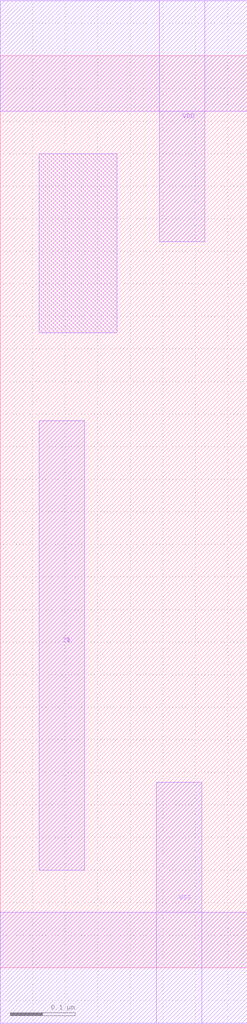
<source format=lef>
VERSION 5.8 ;
BUSBITCHARS "[]" ;
DIVIDERCHAR "/" ;

UNITS
  DATABASE MICRONS 2000 ;
END UNITS

MACRO TIE_X1
  CLASS CORE ;
  ORIGIN 0 0 ;
  FOREIGN LOGIC0_X1 0 0 ;
  SIZE 0.38 BY 1.4 ;
  SYMMETRY X Y ;
  SITE FreePDK45_38x28_10R_NP_162NW_34O ;
  PIN Z0
    DIRECTION OUTPUT ;
    USE SIGNAL ;
    PORT
      LAYER metal1 ;
        RECT 0.06 0.15 0.13 0.84 ;
    END
  END Z0
  PIN Z1
    DIRECTION OUTPUT ;
    USE SIGNAL ;
    PORT
      LAYER metal1 ;
        RECT 0.06 0.15 0.13 0.84 ;
    END
  END Z1
  PIN VDD
    DIRECTION INOUT ;
    USE POWER ;
    SHAPE ABUTMENT ;
    PORT
      LAYER metal1 ;
        RECT 0 1.315 0.38 1.485 ;
        RECT 0.245 1.115 0.315 1.485 ;
    END
  END VDD
  PIN VSS
    DIRECTION INOUT ;
    USE GROUND ;
    SHAPE ABUTMENT ;
    PORT
      LAYER metal1 ;
        RECT 0 -0.085 0.38 0.085 ;
        RECT 0.24 -0.085 0.31 0.285 ;
    END
  END VSS
  OBS
    LAYER metal1 ;
      RECT 0.06 0.975 0.18 1.25 ;
  END
END TIE_X1

END LIBRARY
#
# End of file
#

</source>
